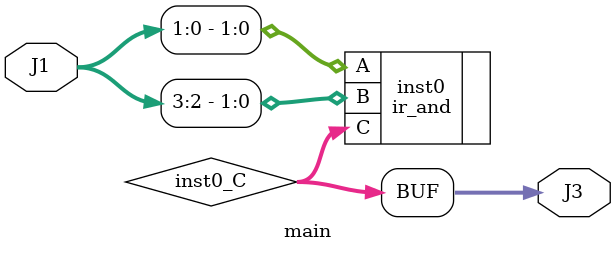
<source format=v>
module main (input [3:0] J1, output [1:0] J3);
wire [1:0] inst0_C;
ir_and #(.N(2)) inst0 (.A({J1[1],J1[0]}), .B({J1[3],J1[2]}), .C(inst0_C));
assign J3 = inst0_C;
endmodule


</source>
